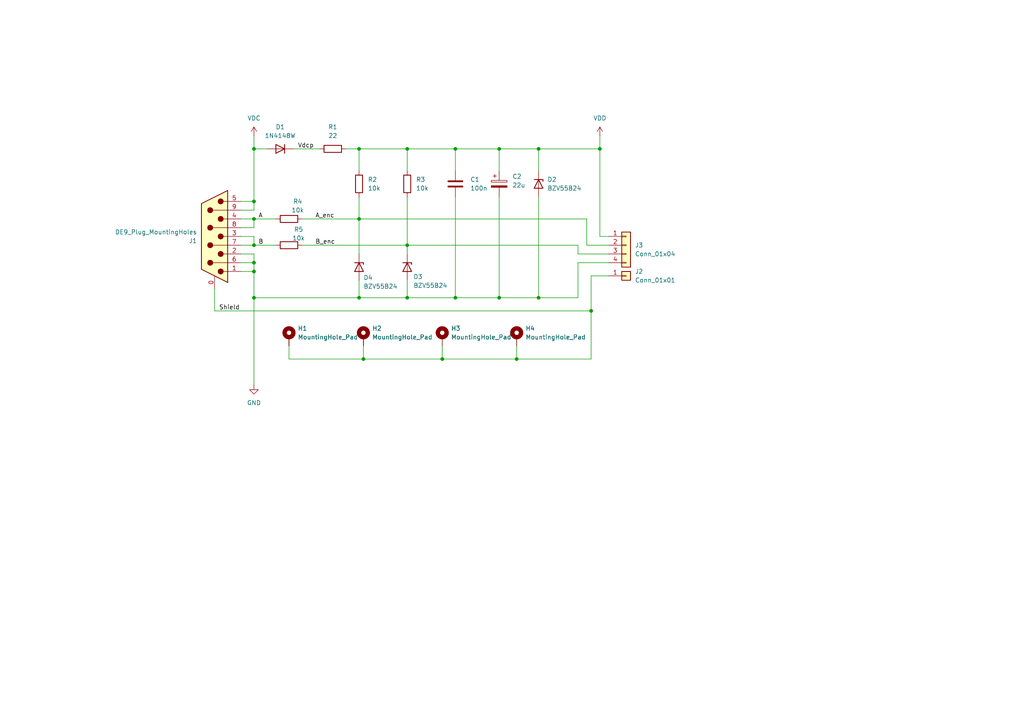
<source format=kicad_sch>
(kicad_sch (version 20250114) (generator "eeschema") (generator_version "9.0")
  (paper "A4")
  (title_block (title "Connector with protection circuit for rotary encoder") (date "2024-07-04") (rev "0.1") (company "HTW Dresden"))
  (lib_symbols
    (symbol "Connector:DE9_Plug_MountingHoles" (pin_names (offset 1.016) (hide yes))
      (property "Reference" "J" (at 0 16.51 0))
      (property "Value" "DE9_Plug_MountingHoles" (at 0 14.605 0))
      (symbol "DE9_Plug_MountingHoles_0_1"
        (polyline (pts (xy -3.81 10.16) (xy -2.54 10.16)))
        (polyline (pts (xy -3.81 7.62) (xy 0.508 7.62)))
        (polyline (pts (xy -3.81 5.08) (xy -2.54 5.08)))
        (polyline (pts (xy -3.81 2.54) (xy 0.508 2.54)))
        (polyline (pts (xy -3.81 0) (xy -2.54 0)))
        (polyline (pts (xy -3.81 -2.54) (xy 0.508 -2.54)))
        (polyline (pts (xy -3.81 -5.08) (xy -2.54 -5.08)))
        (polyline (pts (xy -3.81 -7.62) (xy 0.508 -7.62)))
        (polyline (pts (xy -3.81 -10.16) (xy -2.54 -10.16)))
        (polyline (pts (xy -3.81 -13.335) (xy -3.81 13.335) (xy 3.81 9.525) (xy 3.81 -9.525) (xy -3.81 -13.335)) (stroke (width 0.254)) (fill (type background)))
        (circle (center -1.778 10.16) (radius 0.762) (fill (type outline)))
        (circle (center -1.778 5.08) (radius 0.762) (fill (type outline)))
        (circle (center -1.778 0) (radius 0.762) (fill (type outline)))
        (circle (center -1.778 -5.08) (radius 0.762) (fill (type outline)))
        (circle (center -1.778 -10.16) (radius 0.762) (fill (type outline)))
        (circle (center 1.27 7.62) (radius 0.762) (fill (type outline)))
        (circle (center 1.27 2.54) (radius 0.762) (fill (type outline)))
        (circle (center 1.27 -2.54) (radius 0.762) (fill (type outline)))
        (circle (center 1.27 -7.62) (radius 0.762) (fill (type outline)))
      )
      (symbol "DE9_Plug_MountingHoles_1_1"
        (pin passive line (at -7.62 10.16 0) (length 3.81) (name "5") (number "5"))
        (pin passive line (at -7.62 7.62 0) (length 3.81) (name "9") (number "9"))
        (pin passive line (at -7.62 5.08 0) (length 3.81) (name "4") (number "4"))
        (pin passive line (at -7.62 2.54 0) (length 3.81) (name "8") (number "8"))
        (pin passive line (at -7.62 0 0) (length 3.81) (name "3") (number "3"))
        (pin passive line (at -7.62 -2.54 0) (length 3.81) (name "7") (number "7"))
        (pin passive line (at -7.62 -5.08 0) (length 3.81) (name "2") (number "2"))
        (pin passive line (at -7.62 -7.62 0) (length 3.81) (name "6") (number "6"))
        (pin passive line (at -7.62 -10.16 0) (length 3.81) (name "1") (number "1"))
        (pin passive line (at 0 -15.24 90) (length 3.81) (name "PAD") (number "0"))
      )
    )
    (symbol "Connector_Generic:Conn_01x01" (pin_names (offset 1.016) (hide yes))
      (property "Reference" "J" (at 0 2.54 0))
      (property "Value" "Conn_01x01" (at 0 -2.54 0))
      (symbol "Conn_01x01_1_1"
        (rectangle (start -1.27 1.27) (end 1.27 -1.27) (stroke (width 0.254)) (fill (type background)))
        (rectangle (start -1.27 0.127) (end 0 -0.127) (stroke (width 0.1524)))
        (pin passive line (at -5.08 0 0) (length 3.81) (name "Pin_1") (number "1"))
      )
    )
    (symbol "Connector_Generic:Conn_01x04" (pin_names (offset 1.016) (hide yes))
      (property "Reference" "J" (at 0 5.08 0))
      (property "Value" "Conn_01x04" (at 0 -7.62 0))
      (symbol "Conn_01x04_1_1"
        (rectangle (start -1.27 3.81) (end 1.27 -6.35) (stroke (width 0.254)) (fill (type background)))
        (rectangle (start -1.27 2.667) (end 0 2.413) (stroke (width 0.1524)))
        (rectangle (start -1.27 0.127) (end 0 -0.127) (stroke (width 0.1524)))
        (rectangle (start -1.27 -2.413) (end 0 -2.667) (stroke (width 0.1524)))
        (rectangle (start -1.27 -4.953) (end 0 -5.207) (stroke (width 0.1524)))
        (pin passive line (at -5.08 2.54 0) (length 3.81) (name "Pin_1") (number "1"))
        (pin passive line (at -5.08 0 0) (length 3.81) (name "Pin_2") (number "2"))
        (pin passive line (at -5.08 -2.54 0) (length 3.81) (name "Pin_3") (number "3"))
        (pin passive line (at -5.08 -5.08 0) (length 3.81) (name "Pin_4") (number "4"))
      )
    )
    (symbol "Device:C" (pin_numbers (hide yes)) (pin_names (offset 0.254))
      (property "Reference" "C" (at 0.635 2.54 0))
      (property "Value" "C" (at 0.635 -2.54 0))
      (symbol "C_0_1"
        (polyline (pts (xy -2.032 0.762) (xy 2.032 0.762)) (stroke (width 0.508)))
        (polyline (pts (xy -2.032 -0.762) (xy 2.032 -0.762)) (stroke (width 0.508)))
      )
      (symbol "C_1_1"
        (pin passive line (at 0 3.81 270) (length 2.794) (name "~") (number "1"))
        (pin passive line (at 0 -3.81 90) (length 2.794) (name "~") (number "2"))
      )
    )
    (symbol "Device:C_Polarized" (pin_numbers (hide yes)) (pin_names (offset 0.254))
      (property "Reference" "C" (at 0.635 2.54 0))
      (property "Value" "C_Polarized" (at 0.635 -2.54 0))
      (symbol "C_Polarized_0_1"
        (rectangle (start -2.286 0.508) (end 2.286 1.016))
        (polyline (pts (xy -1.778 2.286) (xy -0.762 2.286)))
        (polyline (pts (xy -1.27 2.794) (xy -1.27 1.778)))
        (rectangle (start 2.286 -0.508) (end -2.286 -1.016) (fill (type outline)))
      )
      (symbol "C_Polarized_1_1"
        (pin passive line (at 0 3.81 270) (length 2.794) (name "~") (number "1"))
        (pin passive line (at 0 -3.81 90) (length 2.794) (name "~") (number "2"))
      )
    )
    (symbol "Device:R" (pin_numbers (hide yes)) (pin_names (offset 0))
      (property "Reference" "R" (at 2.032 0 90))
      (property "Value" "R" (at 0 0 90))
      (symbol "R_0_1"
        (rectangle (start -1.016 -2.54) (end 1.016 2.54) (stroke (width 0.254)))
      )
      (symbol "R_1_1"
        (pin passive line (at 0 3.81 270) (length 1.27) (name "~") (number "1"))
        (pin passive line (at 0 -3.81 90) (length 1.27) (name "~") (number "2"))
      )
    )
    (symbol "Diode:1N4148W" (pin_numbers (hide yes)) (pin_names (hide yes))
      (property "Reference" "D" (at 0 2.54 0))
      (property "Value" "1N4148W" (at 0 -2.54 0))
      (symbol "1N4148W_0_1"
        (polyline (pts (xy -1.27 1.27) (xy -1.27 -1.27)) (stroke (width 0.254)))
        (polyline (pts (xy 1.27 1.27) (xy 1.27 -1.27) (xy -1.27 0) (xy 1.27 1.27)) (stroke (width 0.254)))
        (polyline (pts (xy 1.27 0) (xy -1.27 0)))
      )
      (symbol "1N4148W_1_1"
        (pin passive line (at -3.81 0 0) (length 2.54) (name "K") (number "1"))
        (pin passive line (at 3.81 0 180) (length 2.54) (name "A") (number "2"))
      )
    )
    (symbol "Diode:BZV55B24" (pin_numbers (hide yes)) (pin_names (hide yes))
      (property "Reference" "D" (at 0 2.54 0))
      (property "Value" "BZV55B24" (at 0 -2.54 0))
      (symbol "BZV55B24_0_1"
        (polyline (pts (xy -1.27 -1.27) (xy -1.27 1.27) (xy -0.762 1.27)) (stroke (width 0.254)))
        (polyline (pts (xy 1.27 0) (xy -1.27 0)))
        (polyline (pts (xy 1.27 -1.27) (xy 1.27 1.27) (xy -1.27 0) (xy 1.27 -1.27)) (stroke (width 0.254)))
      )
      (symbol "BZV55B24_1_1"
        (pin passive line (at -3.81 0 0) (length 2.54) (name "K") (number "1"))
        (pin passive line (at 3.81 0 180) (length 2.54) (name "A") (number "2"))
      )
    )
    (symbol "Mechanical:MountingHole_Pad" (pin_numbers (hide yes)) (pin_names (offset 1.016) (hide yes)) (exclude_from_sim yes) (in_bom no)
      (property "Reference" "H" (at 0 6.35 0))
      (property "Value" "MountingHole_Pad" (at 0 4.445 0))
      (symbol "MountingHole_Pad_0_1"
        (circle (center 0 1.27) (radius 1.27) (stroke (width 1.27)))
      )
      (symbol "MountingHole_Pad_1_1"
        (pin input line (at 0 -2.54 90) (length 2.54) (name "1") (number "1"))
      )
    )
    (symbol "power:GND" (power) (pin_numbers (hide yes)) (pin_names (offset 0) (hide yes))
      (property "Value" "GND" (at 0 -3.81 0))
      (symbol "GND_0_1"
        (polyline (pts (xy 0 0) (xy 0 -1.27) (xy 1.27 -1.27) (xy 0 -2.54) (xy -1.27 -1.27) (xy 0 -1.27)))
      )
      (symbol "GND_1_1"
        (pin power_in line (at 0 0 270) (length 0) (name "~") (number "1"))
      )
    )
    (symbol "power:VDC" (power) (pin_numbers (hide yes)) (pin_names (offset 0) (hide yes))
      (property "Value" "VDC" (at 0 3.556 0))
      (symbol "VDC_0_1"
        (polyline (pts (xy -0.762 1.27) (xy 0 2.54)))
        (polyline (pts (xy 0 2.54) (xy 0.762 1.27)))
        (polyline (pts (xy 0 0) (xy 0 2.54)))
      )
      (symbol "VDC_1_1"
        (pin power_in line (at 0 0 90) (length 0) (name "~") (number "1"))
      )
    )
    (symbol "power:VDD" (power) (pin_numbers (hide yes)) (pin_names (offset 0) (hide yes))
      (property "Value" "VDD" (at 0 3.556 0))
      (symbol "VDD_0_1"
        (polyline (pts (xy -0.762 1.27) (xy 0 2.54)))
        (polyline (pts (xy 0 2.54) (xy 0.762 1.27)))
        (polyline (pts (xy 0 0) (xy 0 2.54)))
      )
      (symbol "VDD_1_1"
        (pin power_in line (at 0 0 90) (length 0) (name "~") (number "1"))
      )
    )
  )
  (junction (at 149.86 104.14))
  (junction (at 132.08 43.18))
  (junction (at 73.66 86.36))
  (junction (at 156.21 86.36))
  (junction (at 105.41 104.14))
  (junction (at 173.99 43.18))
  (junction (at 104.14 86.36))
  (junction (at 144.78 43.18))
  (junction (at 118.11 43.18))
  (junction (at 118.11 86.36))
  (junction (at 118.11 71.12))
  (junction (at 156.21 43.18))
  (junction (at 73.66 58.42))
  (junction (at 104.14 63.5))
  (junction (at 73.66 63.5))
  (junction (at 73.66 76.2))
  (junction (at 73.66 43.18))
  (junction (at 73.66 78.74))
  (junction (at 128.27 104.14))
  (junction (at 144.78 86.36))
  (junction (at 73.66 71.12))
  (junction (at 132.08 86.36))
  (junction (at 104.14 43.18))
  (junction (at 171.45 90.17))
  (wire (pts (xy 144.78 43.18) (xy 156.21 43.18)))
  (wire (pts (xy 73.66 39.37) (xy 73.66 43.18)))
  (wire (pts (xy 73.66 73.66) (xy 73.66 76.2)))
  (wire (pts (xy 171.45 104.14) (xy 149.86 104.14)))
  (wire (pts (xy 173.99 43.18) (xy 173.99 68.58)))
  (wire (pts (xy 170.18 63.5) (xy 170.18 71.12)))
  (wire (pts (xy 173.99 68.58) (xy 176.53 68.58)))
  (wire (pts (xy 104.14 63.5) (xy 170.18 63.5)))
  (wire (pts (xy 156.21 57.15) (xy 156.21 86.36)))
  (wire (pts (xy 118.11 86.36) (xy 132.08 86.36)))
  (wire (pts (xy 69.85 76.2) (xy 73.66 76.2)))
  (wire (pts (xy 105.41 104.14) (xy 83.82 104.14)))
  (wire (pts (xy 128.27 104.14) (xy 128.27 100.33)))
  (wire (pts (xy 104.14 43.18) (xy 104.14 49.53)))
  (wire (pts (xy 167.64 71.12) (xy 167.64 73.66)))
  (wire (pts (xy 69.85 66.04) (xy 73.66 66.04)))
  (wire (pts (xy 170.18 71.12) (xy 176.53 71.12)))
  (wire (pts (xy 73.66 71.12) (xy 80.01 71.12)))
  (wire (pts (xy 118.11 71.12) (xy 167.64 71.12)))
  (wire (pts (xy 144.78 57.15) (xy 144.78 86.36)))
  (wire (pts (xy 100.33 43.18) (xy 104.14 43.18)))
  (wire (pts (xy 167.64 73.66) (xy 176.53 73.66)))
  (wire (pts (xy 69.85 58.42) (xy 73.66 58.42)))
  (wire (pts (xy 132.08 57.15) (xy 132.08 86.36)))
  (wire (pts (xy 104.14 81.28) (xy 104.14 86.36)))
  (wire (pts (xy 167.64 76.2) (xy 176.53 76.2)))
  (wire (pts (xy 69.85 68.58) (xy 73.66 68.58)))
  (wire (pts (xy 171.45 80.01) (xy 171.45 90.17)))
  (wire (pts (xy 104.14 43.18) (xy 118.11 43.18)))
  (wire (pts (xy 73.66 63.5) (xy 73.66 66.04)))
  (wire (pts (xy 171.45 90.17) (xy 171.45 104.14)))
  (wire (pts (xy 118.11 43.18) (xy 132.08 43.18)))
  (wire (pts (xy 156.21 43.18) (xy 173.99 43.18)))
  (wire (pts (xy 83.82 104.14) (xy 83.82 100.33)))
  (wire (pts (xy 73.66 43.18) (xy 77.47 43.18)))
  (wire (pts (xy 118.11 71.12) (xy 118.11 73.66)))
  (wire (pts (xy 73.66 63.5) (xy 80.01 63.5)))
  (wire (pts (xy 69.85 78.74) (xy 73.66 78.74)))
  (wire (pts (xy 144.78 86.36) (xy 156.21 86.36)))
  (wire (pts (xy 118.11 57.15) (xy 118.11 71.12)))
  (wire (pts (xy 144.78 43.18) (xy 144.78 49.53)))
  (wire (pts (xy 149.86 104.14) (xy 128.27 104.14)))
  (wire (pts (xy 69.85 71.12) (xy 73.66 71.12)))
  (wire (pts (xy 87.63 71.12) (xy 118.11 71.12)))
  (wire (pts (xy 62.23 90.17) (xy 171.45 90.17)))
  (wire (pts (xy 156.21 43.18) (xy 156.21 49.53)))
  (wire (pts (xy 73.66 86.36) (xy 73.66 111.76)))
  (wire (pts (xy 85.09 43.18) (xy 92.71 43.18)))
  (wire (pts (xy 156.21 86.36) (xy 167.64 86.36)))
  (wire (pts (xy 105.41 104.14) (xy 128.27 104.14)))
  (wire (pts (xy 69.85 63.5) (xy 73.66 63.5)))
  (wire (pts (xy 118.11 81.28) (xy 118.11 86.36)))
  (wire (pts (xy 73.66 78.74) (xy 73.66 86.36)))
  (wire (pts (xy 149.86 100.33) (xy 149.86 104.14)))
  (wire (pts (xy 73.66 43.18) (xy 73.66 58.42)))
  (wire (pts (xy 132.08 43.18) (xy 132.08 49.53)))
  (wire (pts (xy 87.63 63.5) (xy 104.14 63.5)))
  (wire (pts (xy 69.85 73.66) (xy 73.66 73.66)))
  (wire (pts (xy 104.14 86.36) (xy 118.11 86.36)))
  (wire (pts (xy 118.11 43.18) (xy 118.11 49.53)))
  (wire (pts (xy 73.66 78.74) (xy 73.66 76.2)))
  (wire (pts (xy 132.08 86.36) (xy 144.78 86.36)))
  (wire (pts (xy 73.66 58.42) (xy 73.66 60.96)))
  (wire (pts (xy 73.66 60.96) (xy 69.85 60.96)))
  (wire (pts (xy 167.64 76.2) (xy 167.64 86.36)))
  (wire (pts (xy 73.66 68.58) (xy 73.66 71.12)))
  (wire (pts (xy 104.14 63.5) (xy 104.14 73.66)))
  (wire (pts (xy 73.66 86.36) (xy 104.14 86.36)))
  (wire (pts (xy 105.41 100.33) (xy 105.41 104.14)))
  (wire (pts (xy 132.08 43.18) (xy 144.78 43.18)))
  (wire (pts (xy 104.14 57.15) (xy 104.14 63.5)))
  (wire (pts (xy 173.99 39.37) (xy 173.99 43.18)))
  (wire (pts (xy 62.23 83.82) (xy 62.23 90.17)))
  (wire (pts (xy 176.53 80.01) (xy 171.45 80.01)))
  (label "Shield" (at 63.5 90.17 0))
  (label "Vdcp" (at 86.36 43.18 0))
  (label "A" (at 74.93 63.5 0))
  (label "A_enc" (at 91.44 63.5 0))
  (label "B" (at 74.93 71.12 0))
  (label "B_enc" (at 91.44 71.12 0))
  (symbol (lib_id "Device:R") (at 83.82 63.5 270) (unit 1)
    (property "Reference" "R4" (at 86.36 58.42 90))
    (property "Value" "10k" (at 86.36 60.96 90))
    (property "Footprint" "Resistor_SMD:R_0805_2012Metric" (effects (hide yes)))
    (property "Description" "Resistor" (effects (hide yes)))
    (property "Reichelt.de" "SMD-0805 10,0K" (effects (hide yes)))
  )
  (symbol (lib_id "Connector_Generic:Conn_01x04") (at 181.61 71.12 0) (unit 1)
    (property "Reference" "J3" (at 184.15 71.1199 0) (effects (justify left)))
    (property "Value" "Conn_01x04" (at 184.15 73.6599 0) (effects (justify left)))
    (property "Footprint" "Connector_Wire:SolderWire-0.75sqmm_1x04_P4.8mm_D1.25mm_OD2.3mm" (effects (hide yes)))
    (property "Description" "Generic connector, single row, 01x04, script generated (kicad-library-utils/schlib/autogen/connector/)" (effects (hide yes)))
  )
  (symbol (lib_id "Device:R") (at 118.11 53.34 180) (unit 1)
    (property "Reference" "R3" (at 120.65 52.0699 0) (effects (justify right)))
    (property "Value" "10k" (at 120.65 54.6099 0) (effects (justify right)))
    (property "Footprint" "Resistor_SMD:R_0805_2012Metric" (effects (hide yes)))
    (property "Description" "Resistor" (effects (hide yes)))
    (property "Reichelt.de" "SMD-0805 10,0K" (effects (hide yes)))
  )
  (symbol (lib_id "Connector_Generic:Conn_01x01") (at 181.61 80.01 0) (unit 1)
    (property "Reference" "J2" (at 184.15 78.7399 0) (effects (justify left)))
    (property "Value" "Conn_01x01" (at 184.15 81.2799 0) (effects (justify left)))
    (property "Footprint" "Connector_Wire:SolderWire-2.5sqmm_1x01_D2.4mm_OD4.4mm" (effects (hide yes)))
    (property "Description" "Generic connector, single row, 01x01, script generated (kicad-library-utils/schlib/autogen/connector/)" (effects (hide yes)))
  )
  (symbol (lib_id "Mechanical:MountingHole_Pad") (at 83.82 97.79 0) (unit 1) (exclude_from_sim yes) (in_bom no)
    (property "Reference" "H1" (at 86.36 95.2499 0) (effects (justify left)))
    (property "Value" "MountingHole_Pad" (at 86.36 97.7899 0) (effects (justify left)))
    (property "Footprint" "MountingHole:MountingHole_2.7mm_M2.5_ISO14580_Pad_TopBottom" (effects (hide yes)))
    (property "Description" "Mounting Hole with connection" (effects (hide yes)))
  )
  (symbol (lib_id "Mechanical:MountingHole_Pad") (at 149.86 97.79 0) (unit 1) (exclude_from_sim yes) (in_bom no)
    (property "Reference" "H4" (at 152.4 95.2499 0) (effects (justify left)))
    (property "Value" "MountingHole_Pad" (at 152.4 97.7899 0) (effects (justify left)))
    (property "Footprint" "MountingHole:MountingHole_2.7mm_M2.5_ISO14580_Pad_TopBottom" (effects (hide yes)))
    (property "Description" "Mounting Hole with connection" (effects (hide yes)))
  )
  (symbol (lib_id "Diode:BZV55B24") (at 118.11 77.47 270) (unit 1)
    (property "Reference" "D3" (at 119.888 80.264 90) (effects (justify left)))
    (property "Value" "BZV55B24" (at 119.888 82.804 90) (effects (justify left)))
    (property "Footprint" "Diode_SMD:D_MiniMELF" (effects (hide yes)))
    (property "Datasheet" "https://assets.nexperia.com/documents/data-sheet/BZV55_SER.pdf" (effects (hide yes)))
    (property "Description" "24V, 500mW, 2%, Zener diode, MiniMELF" (effects (hide yes)))
    (property "Reichelt.de" "SMD ZF 24" (effects (hide yes)))
  )
  (symbol (lib_id "Connector:DE9_Plug_MountingHoles") (at 62.23 68.58 0) (mirror y) (unit 1)
    (property "Reference" "J1" (at 57.15 69.8501 0) (effects (justify left)))
    (property "Value" "DE9_Plug_MountingHoles" (at 57.15 67.3101 0) (effects (justify left)))
    (property "Footprint" "Connector_Dsub:DSUB-9_Pins_Horizontal_P2.77x2.84mm_EdgePinOffset7.70mm_Housed_MountingHolesOffset9.12mm" (effects (hide yes)))
    (property "Datasheet" "https://cdn-reichelt.de/documents/datenblatt/C120/DBR1-MXX-L.pdf" (effects (hide yes)))
    (property "Description" "9-pin male plug pin D-SUB connector, Mounting Hole" (effects (hide yes)))
    (property "Reichelt.de" "D-SUB ST 09EU" (effects (hide yes)))
  )
  (symbol (lib_id "Device:C") (at 132.08 53.34 0) (unit 1)
    (property "Reference" "C1" (at 136.398 52.07 0) (effects (justify left)))
    (property "Value" "100n" (at 136.398 54.61 0) (effects (justify left)))
    (property "Footprint" "Capacitor_SMD:C_0805_2012Metric" (effects (hide yes)))
    (property "Description" "Unpolarized capacitor" (effects (hide yes)))
    (property "Reichelt.de" "X7R-G0805 100N" (effects (hide yes)))
  )
  (symbol (lib_id "Device:R") (at 83.82 71.12 270) (unit 1)
    (property "Reference" "R5" (at 86.614 66.548 90))
    (property "Value" "10k" (at 86.614 69.088 90))
    (property "Footprint" "Resistor_SMD:R_0805_2012Metric" (effects (hide yes)))
    (property "Description" "Resistor" (effects (hide yes)))
    (property "Reichelt.de" "SMD-0805 10,0K" (effects (hide yes)))
  )
  (symbol (lib_id "Device:R") (at 96.52 43.18 90) (unit 1)
    (property "Reference" "R1" (at 96.52 36.83 90))
    (property "Value" "22" (at 96.52 39.37 90))
    (property "Footprint" "Resistor_SMD:R_0805_2012Metric" (effects (hide yes)))
    (property "Description" "Resistor" (effects (hide yes)))
    (property "Reichelt.de" "SMD-0805 22,0" (effects (hide yes)))
  )
  (symbol (lib_id "Diode:BZV55B24") (at 156.21 53.34 270) (unit 1)
    (property "Reference" "D2" (at 158.75 52.0699 90) (effects (justify left)))
    (property "Value" "BZV55B24" (at 158.75 54.6099 90) (effects (justify left)))
    (property "Footprint" "Diode_SMD:D_MiniMELF" (effects (hide yes)))
    (property "Datasheet" "https://assets.nexperia.com/documents/data-sheet/BZV55_SER.pdf" (effects (hide yes)))
    (property "Description" "24V, 500mW, 2%, Zener diode, MiniMELF" (effects (hide yes)))
    (property "Reichelt.de" "SMD ZF 24" (effects (hide yes)))
  )
  (symbol (lib_id "Diode:1N4148W") (at 81.28 43.18 180) (unit 1)
    (property "Reference" "D1" (at 81.28 36.83 0))
    (property "Value" "1N4148W" (at 81.28 39.37 0))
    (property "Footprint" "Diode_SMD:D_SOD-123" (effects (hide yes)))
    (property "Datasheet" "https://www.vishay.com/docs/85748/1n4148w.pdf" (effects (hide yes)))
    (property "Description" "75V 0.15A Fast Switching Diode, SOD-123" (effects (hide yes)))
    (property "Sim.Device" "D" (effects (hide yes)))
    (property "Sim.Pins" "1=K 2=A" (effects (hide yes)))
    (property "Reichelt.de" "1N 4148W DIO" (effects (hide yes)))
  )
  (symbol (lib_id "Device:C_Polarized") (at 144.78 53.34 0) (unit 1)
    (property "Reference" "C2" (at 148.59 51.1809 0) (effects (justify left)))
    (property "Value" "22u" (at 148.59 53.7209 0) (effects (justify left)))
    (property "Footprint" "Capacitor_THT:CP_Radial_D5.0mm_P2.00mm" (effects (hide yes)))
    (property "Description" "Polarized capacitor" (effects (hide yes)))
    (property "Reichelt.de" "RAD 22/35" (effects (hide yes)))
  )
  (symbol (lib_id "Mechanical:MountingHole_Pad") (at 128.27 97.79 0) (unit 1) (exclude_from_sim yes) (in_bom no)
    (property "Reference" "H3" (at 130.81 95.2499 0) (effects (justify left)))
    (property "Value" "MountingHole_Pad" (at 130.81 97.7899 0) (effects (justify left)))
    (property "Footprint" "MountingHole:MountingHole_2.7mm_M2.5_ISO14580_Pad_TopBottom" (effects (hide yes)))
    (property "Description" "Mounting Hole with connection" (effects (hide yes)))
  )
  (symbol (lib_id "Device:R") (at 104.14 53.34 180) (unit 1)
    (property "Reference" "R2" (at 106.68 52.0699 0) (effects (justify right)))
    (property "Value" "10k" (at 106.68 54.6099 0) (effects (justify right)))
    (property "Footprint" "Resistor_SMD:R_0805_2012Metric" (effects (hide yes)))
    (property "Description" "Resistor" (effects (hide yes)))
    (property "Reichelt.de" "SMD-0805 10,0K" (effects (hide yes)))
  )
  (symbol (lib_id "Diode:BZV55B24") (at 104.14 77.47 270) (unit 1)
    (property "Reference" "D4" (at 105.41 80.518 90) (effects (justify left)))
    (property "Value" "BZV55B24" (at 105.41 83.058 90) (effects (justify left)))
    (property "Footprint" "Diode_SMD:D_MiniMELF" (effects (hide yes)))
    (property "Datasheet" "https://assets.nexperia.com/documents/data-sheet/BZV55_SER.pdf" (effects (hide yes)))
    (property "Description" "24V, 500mW, 2%, Zener diode, MiniMELF" (effects (hide yes)))
    (property "Reichelt.de" "SMD ZF 24" (effects (hide yes)))
  )
  (symbol (lib_id "Mechanical:MountingHole_Pad") (at 105.41 97.79 0) (unit 1) (exclude_from_sim yes) (in_bom no)
    (property "Reference" "H2" (at 107.95 95.2499 0) (effects (justify left)))
    (property "Value" "MountingHole_Pad" (at 107.95 97.7899 0) (effects (justify left)))
    (property "Footprint" "MountingHole:MountingHole_2.7mm_M2.5_ISO14580_Pad_TopBottom" (effects (hide yes)))
    (property "Description" "Mounting Hole with connection" (effects (hide yes)))
  )
  (symbol (lib_id "power:VDD") (at 173.99 39.37 0) (unit 1)
    (property "Reference" "#PWR02" (effects (hide yes)))
    (property "Value" "VDD" (at 173.99 34.29 0))
    (property "Description" "Power symbol creates a global label with name \"VDD\"" (effects (hide yes)))
  )
  (symbol (lib_id "power:GND") (at 73.66 111.76 0) (unit 1)
    (property "Reference" "#PWR01" (effects (hide yes)))
    (property "Value" "GND" (at 73.66 116.84 0))
    (property "Description" "Power symbol creates a global label with name \"GND\" , ground" (effects (hide yes)))
  )
  (symbol (lib_id "power:VDC") (at 73.66 39.37 0) (unit 1)
    (property "Reference" "#PWR03" (effects (hide yes)))
    (property "Value" "VDC" (at 73.66 34.29 0))
    (property "Description" "Power symbol creates a global label with name \"VDC\"" (effects (hide yes)))
  )
)
</source>
